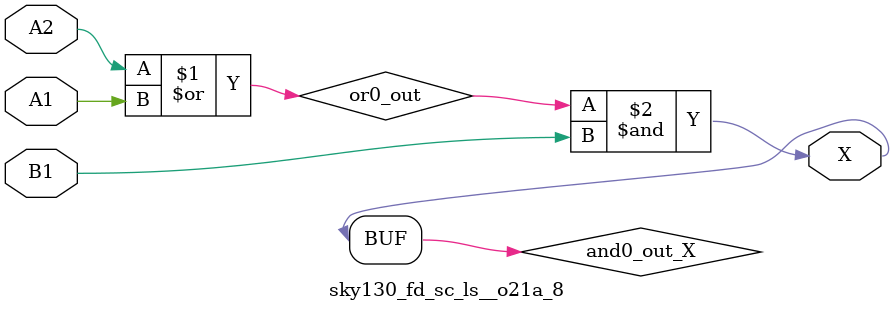
<source format=v>
module sky130_fd_sc_ls__o21a_8 (
    X ,
    A1,
    A2,
    B1
);
    output X ;
    input  A1;
    input  A2;
    input  B1;
    wire or0_out   ;
    wire and0_out_X;
    or  or0  (or0_out   , A2, A1         );
    and and0 (and0_out_X, or0_out, B1    );
    buf buf0 (X         , and0_out_X     );
endmodule
</source>
